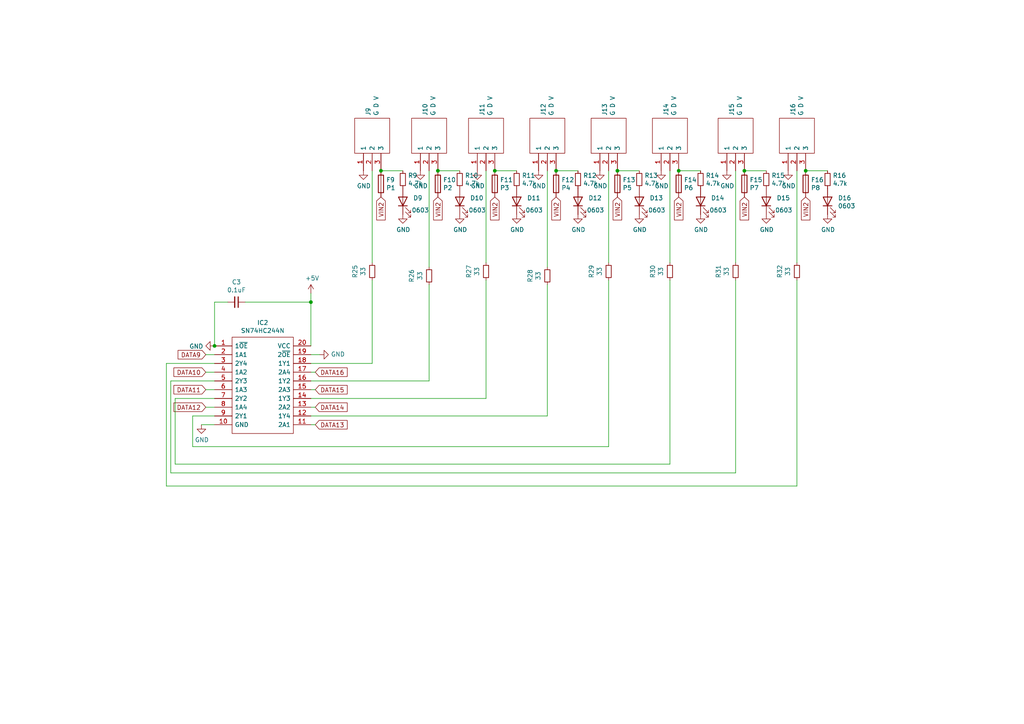
<source format=kicad_sch>
(kicad_sch (version 20211123) (generator eeschema)
  (paper "A4")
  (title_block (title "The Owl - RPI Cape 16ch Pixel Controller") (company "OnlineDynamic"))
  (lib_symbols
    (symbol "Device:C_Small" (pin_numbers hide) (pin_names (offset 0.254) hide)
      (property "Reference" "C" (at 0.254 1.778 0))
      (property "Value" "C_Small" (at 0.254 -2.032 0))
      (symbol "C_Small_0_1"
        (polyline (pts (xy -1.524 -0.508) (xy 1.524 -0.508)) (stroke (width 0.3302)))
        (polyline (pts (xy -1.524 0.508) (xy 1.524 0.508)) (stroke (width 0.3048)))
      )
      (symbol "C_Small_1_1"
        (pin passive line (at 0 2.54 270) (length 2.032) (name "~") (number "1"))
        (pin passive line (at 0 -2.54 90) (length 2.032) (name "~") (number "2"))
      )
    )
    (symbol "Device:Fuse" (pin_numbers hide) (pin_names (offset 0))
      (property "Reference" "F" (at 2.032 0 90))
      (property "Value" "Fuse" (at -1.905 0 90))
      (symbol "Fuse_0_1"
        (rectangle (start -0.762 -2.54) (end 0.762 2.54) (stroke (width 0.254)))
        (polyline (pts (xy 0 2.54) (xy 0 -2.54)))
      )
      (symbol "Fuse_1_1"
        (pin passive line (at 0 3.81 270) (length 1.27) (name "~") (number "1"))
        (pin passive line (at 0 -3.81 90) (length 1.27) (name "~") (number "2"))
      )
    )
    (symbol "Device:LED" (pin_numbers hide) (pin_names (offset 1.016) hide)
      (property "Reference" "D" (at 0 2.54 0))
      (property "Value" "LED" (at 0 -2.54 0))
      (symbol "LED_0_1"
        (polyline (pts (xy -1.27 -1.27) (xy -1.27 1.27)) (stroke (width 0.254)))
        (polyline (pts (xy -1.27 0) (xy 1.27 0)))
        (polyline (pts (xy 1.27 -1.27) (xy 1.27 1.27) (xy -1.27 0) (xy 1.27 -1.27)) (stroke (width 0.254)))
        (polyline (pts (xy -3.048 -0.762) (xy -4.572 -2.286) (xy -3.81 -2.286) (xy -4.572 -2.286) (xy -4.572 -1.524)))
        (polyline (pts (xy -1.778 -0.762) (xy -3.302 -2.286) (xy -2.54 -2.286) (xy -3.302 -2.286) (xy -3.302 -1.524)))
      )
      (symbol "LED_1_1"
        (pin passive line (at -3.81 0 0) (length 2.54) (name "K") (number "1"))
        (pin passive line (at 3.81 0 180) (length 2.54) (name "A") (number "2"))
      )
    )
    (symbol "Device:R_Small" (pin_numbers hide) (pin_names (offset 0.254) hide)
      (property "Reference" "R" (at 0.762 0.508 0))
      (property "Value" "R_Small" (at 0.762 -1.016 0))
      (symbol "R_Small_0_1"
        (rectangle (start -0.762 1.778) (end 0.762 -1.778) (stroke (width 0.2032)))
      )
      (symbol "R_Small_1_1"
        (pin passive line (at 0 2.54 270) (length 0.762) (name "~") (number "1"))
        (pin passive line (at 0 -2.54 90) (length 0.762) (name "~") (number "2"))
      )
    )
    (symbol "owl_cape-rescue:284514-3-SamacSys_Parts" (pin_names (offset 0.762))
      (property "Reference" "J" (at 16.51 7.62 0))
      (property "Value" "284514-3-SamacSys_Parts" (at 16.51 5.08 0))
      (symbol "284514-3-SamacSys_Parts_0_0"
        (pin passive line (at 0 0 0) (length 5.08) (name "1") (number "1"))
        (pin passive line (at 0 -2.54 0) (length 5.08) (name "2") (number "2"))
        (pin passive line (at 0 -5.08 0) (length 5.08) (name "3") (number "3"))
      )
      (symbol "284514-3-SamacSys_Parts_0_1"
        (polyline (pts (xy 5.08 2.54) (xy 15.24 2.54) (xy 15.24 -7.62) (xy 5.08 -7.62) (xy 5.08 2.54)) (stroke (width 0.1524)))
      )
    )
    (symbol "owl_cape-rescue:SN74HC244N-SamacSys_Parts" (pin_names (offset 0.762))
      (property "Reference" "IC" (at 24.13 7.62 0))
      (property "Value" "SN74HC244N-SamacSys_Parts" (at 24.13 5.08 0))
      (symbol "SN74HC244N-SamacSys_Parts_0_0"
        (pin passive line (at 0 0 0) (length 5.08) (name "1~{OE}") (number "1"))
        (pin power_in line (at 0 -22.86 0) (length 5.08) (name "GND") (number "10"))
        (pin passive line (at 27.94 -22.86 180) (length 5.08) (name "2A1") (number "11"))
        (pin passive line (at 27.94 -20.32 180) (length 5.08) (name "1Y4") (number "12"))
        (pin passive line (at 27.94 -17.78 180) (length 5.08) (name "2A2") (number "13"))
        (pin passive line (at 27.94 -15.24 180) (length 5.08) (name "1Y3") (number "14"))
        (pin passive line (at 27.94 -12.7 180) (length 5.08) (name "2A3") (number "15"))
        (pin passive line (at 27.94 -10.16 180) (length 5.08) (name "1Y2") (number "16"))
        (pin passive line (at 27.94 -7.62 180) (length 5.08) (name "2A4") (number "17"))
        (pin passive line (at 27.94 -5.08 180) (length 5.08) (name "1Y1") (number "18"))
        (pin passive line (at 27.94 -2.54 180) (length 5.08) (name "2~{OE}") (number "19"))
        (pin passive line (at 0 -2.54 0) (length 5.08) (name "1A1") (number "2"))
        (pin power_in line (at 27.94 0 180) (length 5.08) (name "VCC") (number "20"))
        (pin passive line (at 0 -5.08 0) (length 5.08) (name "2Y4") (number "3"))
        (pin passive line (at 0 -7.62 0) (length 5.08) (name "1A2") (number "4"))
        (pin passive line (at 0 -10.16 0) (length 5.08) (name "2Y3") (number "5"))
        (pin passive line (at 0 -12.7 0) (length 5.08) (name "1A3") (number "6"))
        (pin passive line (at 0 -15.24 0) (length 5.08) (name "2Y2") (number "7"))
        (pin passive line (at 0 -17.78 0) (length 5.08) (name "1A4") (number "8"))
        (pin passive line (at 0 -20.32 0) (length 5.08) (name "2Y1") (number "9"))
      )
      (symbol "SN74HC244N-SamacSys_Parts_0_1"
        (polyline (pts (xy 5.08 2.54) (xy 22.86 2.54) (xy 22.86 -25.4) (xy 5.08 -25.4) (xy 5.08 2.54)) (stroke (width 0.1524)))
      )
    )
    (symbol "power:+5V" (power) (pin_names (offset 0))
      (property "Value" "+5V" (at 0 3.556 0))
      (symbol "+5V_0_1"
        (polyline (pts (xy -0.762 1.27) (xy 0 2.54)))
        (polyline (pts (xy 0 0) (xy 0 2.54)))
        (polyline (pts (xy 0 2.54) (xy 0.762 1.27)))
      )
      (symbol "+5V_1_1"
        (pin power_in line (at 0 0 90) (length 0) hide (name "+5V") (number "1"))
      )
    )
    (symbol "power:GND" (power) (pin_names (offset 0))
      (property "Value" "GND" (at 0 -3.81 0))
      (symbol "GND_0_1"
        (polyline (pts (xy 0 0) (xy 0 -1.27) (xy 1.27 -1.27) (xy 0 -2.54) (xy -1.27 -1.27) (xy 0 -1.27)))
      )
      (symbol "GND_1_1"
        (pin power_in line (at 0 0 270) (length 0) hide (name "GND") (number "1"))
      )
    )
  )
  (junction (at 143.51 49.53))
  (junction (at 215.9 49.53))
  (junction (at 127 49.53))
  (junction (at 110.49 49.53))
  (junction (at 196.85 49.53))
  (junction (at 62.23 100.33))
  (junction (at 179.07 49.53))
  (junction (at 161.29 49.53))
  (junction (at 90.17 87.63))
  (junction (at 233.68 49.53))
  (wire (pts (xy 124.46 49.53) (xy 124.46 77.47)))
  (wire (pts (xy 49.53 137.16) (xy 213.36 137.16)))
  (wire (pts (xy 71.12 87.63) (xy 90.17 87.63)))
  (wire (pts (xy 179.07 49.53) (xy 185.42 49.53)))
  (wire (pts (xy 62.23 87.63) (xy 62.23 100.33)))
  (wire (pts (xy 161.29 49.53) (xy 167.64 49.53)))
  (wire (pts (xy 90.17 123.19) (xy 91.44 123.19)))
  (wire (pts (xy 59.69 102.87) (xy 62.23 102.87)))
  (wire (pts (xy 55.88 129.54) (xy 176.53 129.54)))
  (wire (pts (xy 90.17 118.11) (xy 91.44 118.11)))
  (wire (pts (xy 231.14 81.28) (xy 231.14 140.97)))
  (wire (pts (xy 90.17 110.49) (xy 124.46 110.49)))
  (wire (pts (xy 213.36 49.53) (xy 213.36 76.2)))
  (wire (pts (xy 140.97 49.53) (xy 140.97 76.2)))
  (wire (pts (xy 107.95 81.28) (xy 107.95 105.41)))
  (wire (pts (xy 90.17 87.63) (xy 90.17 100.33)))
  (wire (pts (xy 143.51 49.53) (xy 149.86 49.53)))
  (wire (pts (xy 90.17 120.65) (xy 158.75 120.65)))
  (wire (pts (xy 48.26 140.97) (xy 231.14 140.97)))
  (wire (pts (xy 50.8 115.57) (xy 62.23 115.57)))
  (wire (pts (xy 124.46 82.55) (xy 124.46 110.49)))
  (wire (pts (xy 196.85 49.53) (xy 203.2 49.53)))
  (wire (pts (xy 49.53 137.16) (xy 49.53 110.49)))
  (wire (pts (xy 176.53 49.53) (xy 176.53 76.2)))
  (wire (pts (xy 55.88 120.65) (xy 62.23 120.65)))
  (wire (pts (xy 48.26 105.41) (xy 62.23 105.41)))
  (wire (pts (xy 140.97 81.28) (xy 140.97 115.57)))
  (wire (pts (xy 50.8 134.62) (xy 50.8 115.57)))
  (wire (pts (xy 107.95 49.53) (xy 107.95 76.2)))
  (wire (pts (xy 158.75 82.55) (xy 158.75 120.65)))
  (wire (pts (xy 49.53 110.49) (xy 62.23 110.49)))
  (wire (pts (xy 59.69 113.03) (xy 62.23 113.03)))
  (wire (pts (xy 213.36 81.28) (xy 213.36 137.16)))
  (wire (pts (xy 58.42 123.19) (xy 62.23 123.19)))
  (wire (pts (xy 176.53 81.28) (xy 176.53 129.54)))
  (wire (pts (xy 90.17 85.09) (xy 90.17 87.63)))
  (wire (pts (xy 50.8 134.62) (xy 194.31 134.62)))
  (wire (pts (xy 127 49.53) (xy 133.35 49.53)))
  (wire (pts (xy 59.69 107.95) (xy 62.23 107.95)))
  (wire (pts (xy 90.17 113.03) (xy 91.44 113.03)))
  (wire (pts (xy 90.17 105.41) (xy 107.95 105.41)))
  (wire (pts (xy 233.68 49.53) (xy 240.03 49.53)))
  (wire (pts (xy 90.17 107.95) (xy 91.44 107.95)))
  (wire (pts (xy 194.31 81.28) (xy 194.31 134.62)))
  (wire (pts (xy 231.14 49.53) (xy 231.14 76.2)))
  (wire (pts (xy 48.26 140.97) (xy 48.26 105.41)))
  (wire (pts (xy 62.23 118.11) (xy 59.69 118.11)))
  (wire (pts (xy 215.9 49.53) (xy 222.25 49.53)))
  (wire (pts (xy 90.17 102.87) (xy 92.71 102.87)))
  (wire (pts (xy 55.88 120.65) (xy 55.88 129.54)))
  (wire (pts (xy 158.75 49.53) (xy 158.75 77.47)))
  (wire (pts (xy 66.04 87.63) (xy 62.23 87.63)))
  (wire (pts (xy 194.31 49.53) (xy 194.31 76.2)))
  (wire (pts (xy 90.17 115.57) (xy 140.97 115.57)))
  (wire (pts (xy 110.49 49.53) (xy 116.84 49.53)))
  (global_label "DATA11" (shape input) (at 59.69 113.03 180) (property "Intersheet References" "${INTERSHEET_REFS}" (effects hide)))
  (global_label "DATA9" (shape input) (at 59.69 102.87 180) (property "Intersheet References" "${INTERSHEET_REFS}" (effects hide)))
  (global_label "DATA10" (shape input) (at 59.69 107.95 180) (property "Intersheet References" "${INTERSHEET_REFS}" (effects hide)))
  (global_label "VIN2" (shape input) (at 215.9 57.15 270) (property "Intersheet References" "${INTERSHEET_REFS}" (effects hide)))
  (global_label "VIN2" (shape input) (at 161.29 57.15 270) (property "Intersheet References" "${INTERSHEET_REFS}" (effects hide)))
  (global_label "VIN2" (shape input) (at 127 57.15 270) (property "Intersheet References" "${INTERSHEET_REFS}" (effects hide)))
  (global_label "DATA15" (shape input) (at 91.44 113.03 0) (property "Intersheet References" "${INTERSHEET_REFS}" (effects hide)))
  (global_label "VIN2" (shape input) (at 179.07 57.15 270) (property "Intersheet References" "${INTERSHEET_REFS}" (effects hide)))
  (global_label "DATA13" (shape input) (at 91.44 123.19 0) (property "Intersheet References" "${INTERSHEET_REFS}" (effects hide)))
  (global_label "DATA12" (shape input) (at 59.69 118.11 180) (property "Intersheet References" "${INTERSHEET_REFS}" (effects hide)))
  (global_label "VIN2" (shape input) (at 233.68 57.15 270) (property "Intersheet References" "${INTERSHEET_REFS}" (effects hide)))
  (global_label "VIN2" (shape input) (at 110.49 57.15 270) (property "Intersheet References" "${INTERSHEET_REFS}" (effects hide)))
  (global_label "DATA14" (shape input) (at 91.44 118.11 0) (property "Intersheet References" "${INTERSHEET_REFS}" (effects hide)))
  (global_label "VIN2" (shape input) (at 143.51 57.15 270) (property "Intersheet References" "${INTERSHEET_REFS}" (effects hide)))
  (global_label "VIN2" (shape input) (at 196.85 57.15 270) (property "Intersheet References" "${INTERSHEET_REFS}" (effects hide)))
  (global_label "DATA16" (shape input) (at 91.44 107.95 0) (property "Intersheet References" "${INTERSHEET_REFS}" (effects hide)))
  (symbol (lib_id "power:GND") (at 121.92 49.53 0) (unit 1)
    (property "Reference" "#PWR0101" (effects hide))
    (property "Value" "GND" (at 122.047 53.9242 0))
  )
  (symbol (lib_id "Device:Fuse") (at 110.49 53.34 0) (unit 1)
    (property "Reference" "F9" (at 112.014 52.1716 0) (effects (justify left)))
    (property "Value" "P1" (at 112.014 54.483 0) (effects (justify left)))
    (property "Footprint" "Fuse:Fuseholder_Blade_Mini_Keystone_3568" (effects hide))
  )
  (symbol (lib_id "power:GND") (at 105.41 49.53 0) (unit 1)
    (property "Reference" "#PWR0102" (effects hide))
    (property "Value" "GND" (at 105.537 53.9242 0))
  )
  (symbol (lib_id "Device:Fuse") (at 127 53.34 0) (unit 1)
    (property "Reference" "F10" (at 128.524 52.1716 0) (effects (justify left)))
    (property "Value" "P2" (at 128.524 54.483 0) (effects (justify left)))
    (property "Footprint" "Fuse:Fuseholder_Blade_Mini_Keystone_3568" (effects hide))
  )
  (symbol (lib_id "power:GND") (at 138.43 49.53 0) (unit 1)
    (property "Reference" "#PWR0103" (effects hide))
    (property "Value" "GND" (at 138.557 53.9242 0))
  )
  (symbol (lib_id "Device:Fuse") (at 143.51 53.34 0) (unit 1)
    (property "Reference" "F11" (at 145.034 52.1716 0) (effects (justify left)))
    (property "Value" "P3" (at 145.034 54.483 0) (effects (justify left)))
    (property "Footprint" "Fuse:Fuseholder_Blade_Mini_Keystone_3568" (effects hide))
  )
  (symbol (lib_id "power:GND") (at 156.21 49.53 0) (unit 1)
    (property "Reference" "#PWR0104" (effects hide))
    (property "Value" "GND" (at 156.337 53.9242 0))
  )
  (symbol (lib_id "Device:Fuse") (at 161.29 53.34 0) (unit 1)
    (property "Reference" "F12" (at 162.814 52.1716 0) (effects (justify left)))
    (property "Value" "P4" (at 162.814 54.483 0) (effects (justify left)))
    (property "Footprint" "Fuse:Fuseholder_Blade_Mini_Keystone_3568" (effects hide))
  )
  (symbol (lib_id "power:GND") (at 173.99 49.53 0) (unit 1)
    (property "Reference" "#PWR0105" (effects hide))
    (property "Value" "GND" (at 174.117 53.9242 0))
  )
  (symbol (lib_id "Device:Fuse") (at 179.07 53.34 0) (unit 1)
    (property "Reference" "F13" (at 180.594 52.1716 0) (effects (justify left)))
    (property "Value" "P5" (at 180.594 54.483 0) (effects (justify left)))
    (property "Footprint" "Fuse:Fuseholder_Blade_Mini_Keystone_3568" (effects hide))
  )
  (symbol (lib_id "power:GND") (at 191.77 49.53 0) (unit 1)
    (property "Reference" "#PWR0106" (effects hide))
    (property "Value" "GND" (at 191.897 53.9242 0))
  )
  (symbol (lib_id "Device:Fuse") (at 196.85 53.34 0) (unit 1)
    (property "Reference" "F14" (at 198.374 52.1716 0) (effects (justify left)))
    (property "Value" "P6" (at 198.374 54.483 0) (effects (justify left)))
    (property "Footprint" "Fuse:Fuseholder_Blade_Mini_Keystone_3568" (effects hide))
  )
  (symbol (lib_id "power:GND") (at 210.82 49.53 0) (unit 1)
    (property "Reference" "#PWR0107" (effects hide))
    (property "Value" "GND" (at 210.947 53.9242 0))
  )
  (symbol (lib_id "Device:Fuse") (at 215.9 53.34 0) (unit 1)
    (property "Reference" "F15" (at 217.424 52.1716 0) (effects (justify left)))
    (property "Value" "P7" (at 217.424 54.483 0) (effects (justify left)))
    (property "Footprint" "Fuse:Fuseholder_Blade_Mini_Keystone_3568" (effects hide))
  )
  (symbol (lib_id "power:GND") (at 228.6 49.53 0) (unit 1)
    (property "Reference" "#PWR0108" (effects hide))
    (property "Value" "GND" (at 228.727 53.9242 0))
  )
  (symbol (lib_id "Device:Fuse") (at 233.68 53.34 0) (unit 1)
    (property "Reference" "F16" (at 235.204 52.1716 0) (effects (justify left)))
    (property "Value" "P8" (at 235.204 54.483 0) (effects (justify left)))
    (property "Footprint" "Fuse:Fuseholder_Blade_Mini_Keystone_3568" (effects hide))
  )
  (symbol (lib_id "Device:LED") (at 240.03 58.42 90) (unit 1)
    (property "Reference" "D16" (at 243.0272 57.4294 90) (effects (justify right)))
    (property "Value" "0603" (at 243.0272 59.7408 90) (effects (justify right)))
    (property "Footprint" "LED_SMD:LED_0603_1608Metric" (effects hide))
    (property "Datasheet" "Everlight-Elec-19-217-GHC-YR1S2-3T_C72043.pdf" (effects hide))
    (property "Description" "C72043" (effects hide))
  )
  (symbol (lib_id "power:GND") (at 240.03 62.23 0) (unit 1)
    (property "Reference" "#PWR0109" (effects hide))
    (property "Value" "GND" (at 240.157 66.6242 0))
  )
  (symbol (lib_id "Device:R_Small") (at 240.03 52.07 0) (unit 1)
    (property "Reference" "R16" (at 241.5286 50.9016 0) (effects (justify left)))
    (property "Value" "4.7k" (at 241.5286 53.213 0) (effects (justify left)))
    (property "Footprint" "Resistor_SMD:R_0805_2012Metric" (effects hide))
    (property "Datasheet" "https://datasheet.lcsc.com/szlcsc/Uniroyal-Elec-0805W8F2201T5E_C17520.pdf" (effects hide))
    (property "Description" "C17673" (effects hide))
  )
  (symbol (lib_id "Device:LED") (at 222.25 58.42 90) (unit 1)
    (property "Reference" "D15" (at 225.2472 57.4294 90) (effects (justify right)))
    (property "Value" "0603" (at 224.79 60.96 90) (effects (justify right)))
    (property "Footprint" "LED_SMD:LED_0603_1608Metric" (effects hide))
    (property "Datasheet" "Everlight-Elec-19-217-GHC-YR1S2-3T_C72043.pdf" (effects hide))
    (property "Description" "C72043" (effects hide))
  )
  (symbol (lib_id "power:GND") (at 222.25 62.23 0) (unit 1)
    (property "Reference" "#PWR0110" (effects hide))
    (property "Value" "GND" (at 222.377 66.6242 0))
  )
  (symbol (lib_id "Device:R_Small") (at 222.25 52.07 0) (unit 1)
    (property "Reference" "R15" (at 223.7486 50.9016 0) (effects (justify left)))
    (property "Value" "4.7k" (at 223.7486 53.213 0) (effects (justify left)))
    (property "Footprint" "Resistor_SMD:R_0805_2012Metric" (effects hide))
    (property "Datasheet" "https://datasheet.lcsc.com/szlcsc/Uniroyal-Elec-0805W8F2201T5E_C17520.pdf" (effects hide))
    (property "Description" "C17673" (effects hide))
  )
  (symbol (lib_id "Device:LED") (at 203.2 58.42 90) (unit 1)
    (property "Reference" "D14" (at 206.1972 57.4294 90) (effects (justify right)))
    (property "Value" "0603" (at 205.74 60.96 90) (effects (justify right)))
    (property "Footprint" "LED_SMD:LED_0603_1608Metric" (effects hide))
    (property "Datasheet" "Everlight-Elec-19-217-GHC-YR1S2-3T_C72043.pdf" (effects hide))
    (property "Description" "C72043" (effects hide))
  )
  (symbol (lib_id "power:GND") (at 203.2 62.23 0) (unit 1)
    (property "Reference" "#PWR0111" (effects hide))
    (property "Value" "GND" (at 203.327 66.6242 0))
  )
  (symbol (lib_id "Device:R_Small") (at 203.2 52.07 0) (unit 1)
    (property "Reference" "R14" (at 204.6986 50.9016 0) (effects (justify left)))
    (property "Value" "4.7k" (at 204.6986 53.213 0) (effects (justify left)))
    (property "Footprint" "Resistor_SMD:R_0805_2012Metric" (effects hide))
    (property "Datasheet" "https://datasheet.lcsc.com/szlcsc/Uniroyal-Elec-0805W8F2201T5E_C17520.pdf" (effects hide))
    (property "Description" "C17673" (effects hide))
  )
  (symbol (lib_id "Device:LED") (at 185.42 58.42 90) (unit 1)
    (property "Reference" "D13" (at 188.4172 57.4294 90) (effects (justify right)))
    (property "Value" "0603" (at 187.96 60.96 90) (effects (justify right)))
    (property "Footprint" "LED_SMD:LED_0603_1608Metric" (effects hide))
    (property "Datasheet" "Everlight-Elec-19-217-GHC-YR1S2-3T_C72043.pdf" (effects hide))
    (property "Description" "C72043" (effects hide))
  )
  (symbol (lib_id "power:GND") (at 185.42 62.23 0) (unit 1)
    (property "Reference" "#PWR0112" (effects hide))
    (property "Value" "GND" (at 185.547 66.6242 0))
  )
  (symbol (lib_id "Device:R_Small") (at 185.42 52.07 0) (unit 1)
    (property "Reference" "R13" (at 186.9186 50.9016 0) (effects (justify left)))
    (property "Value" "4.7k" (at 186.9186 53.213 0) (effects (justify left)))
    (property "Footprint" "Resistor_SMD:R_0805_2012Metric" (effects hide))
    (property "Datasheet" "https://datasheet.lcsc.com/szlcsc/Uniroyal-Elec-0805W8F2201T5E_C17520.pdf" (effects hide))
    (property "Description" "C17673" (effects hide))
  )
  (symbol (lib_id "Device:LED") (at 167.64 58.42 90) (unit 1)
    (property "Reference" "D12" (at 170.6372 57.4294 90) (effects (justify right)))
    (property "Value" "0603" (at 170.18 60.96 90) (effects (justify right)))
    (property "Footprint" "LED_SMD:LED_0603_1608Metric" (effects hide))
    (property "Datasheet" "Everlight-Elec-19-217-GHC-YR1S2-3T_C72043.pdf" (effects hide))
    (property "Description" "C72043" (effects hide))
  )
  (symbol (lib_id "power:GND") (at 167.64 62.23 0) (unit 1)
    (property "Reference" "#PWR0113" (effects hide))
    (property "Value" "GND" (at 167.767 66.6242 0))
  )
  (symbol (lib_id "Device:R_Small") (at 167.64 52.07 0) (unit 1)
    (property "Reference" "R12" (at 169.1386 50.9016 0) (effects (justify left)))
    (property "Value" "4.7k" (at 169.1386 53.213 0) (effects (justify left)))
    (property "Footprint" "Resistor_SMD:R_0805_2012Metric" (effects hide))
    (property "Datasheet" "https://datasheet.lcsc.com/szlcsc/Uniroyal-Elec-0805W8F2201T5E_C17520.pdf" (effects hide))
    (property "Description" "C17673" (effects hide))
  )
  (symbol (lib_id "Device:LED") (at 149.86 58.42 90) (unit 1)
    (property "Reference" "D11" (at 152.8572 57.4294 90) (effects (justify right)))
    (property "Value" "0603" (at 152.4 60.96 90) (effects (justify right)))
    (property "Footprint" "LED_SMD:LED_0603_1608Metric" (effects hide))
    (property "Datasheet" "Everlight-Elec-19-217-GHC-YR1S2-3T_C72043.pdf" (effects hide))
    (property "Description" "C72043" (effects hide))
  )
  (symbol (lib_id "power:GND") (at 149.86 62.23 0) (unit 1)
    (property "Reference" "#PWR0114" (effects hide))
    (property "Value" "GND" (at 149.987 66.6242 0))
  )
  (symbol (lib_id "Device:R_Small") (at 149.86 52.07 0) (unit 1)
    (property "Reference" "R11" (at 151.3586 50.9016 0) (effects (justify left)))
    (property "Value" "4.7k" (at 151.3586 53.213 0) (effects (justify left)))
    (property "Footprint" "Resistor_SMD:R_0805_2012Metric" (effects hide))
    (property "Datasheet" "https://datasheet.lcsc.com/szlcsc/Uniroyal-Elec-0805W8F2201T5E_C17520.pdf" (effects hide))
    (property "Description" "C17673" (effects hide))
  )
  (symbol (lib_id "Device:LED") (at 133.35 58.42 90) (unit 1)
    (property "Reference" "D10" (at 136.3472 57.4294 90) (effects (justify right)))
    (property "Value" "0603" (at 135.89 60.96 90) (effects (justify right)))
    (property "Footprint" "LED_SMD:LED_0603_1608Metric" (effects hide))
    (property "Datasheet" "Everlight-Elec-19-217-GHC-YR1S2-3T_C72043.pdf" (effects hide))
    (property "Description" "C72043" (effects hide))
  )
  (symbol (lib_id "power:GND") (at 133.35 62.23 0) (unit 1)
    (property "Reference" "#PWR0115" (effects hide))
    (property "Value" "GND" (at 133.477 66.6242 0))
  )
  (symbol (lib_id "Device:R_Small") (at 133.35 52.07 0) (unit 1)
    (property "Reference" "R10" (at 134.8486 50.9016 0) (effects (justify left)))
    (property "Value" "4.7k" (at 134.8486 53.213 0) (effects (justify left)))
    (property "Footprint" "Resistor_SMD:R_0805_2012Metric" (effects hide))
    (property "Datasheet" "https://datasheet.lcsc.com/szlcsc/Uniroyal-Elec-0805W8F2201T5E_C17520.pdf" (effects hide))
    (property "Description" "C17673" (effects hide))
  )
  (symbol (lib_id "Device:LED") (at 116.84 58.42 90) (unit 1)
    (property "Reference" "D9" (at 119.8372 57.4294 90) (effects (justify right)))
    (property "Value" "0603" (at 119.38 60.96 90) (effects (justify right)))
    (property "Footprint" "LED_SMD:LED_0603_1608Metric" (effects hide))
    (property "Datasheet" "Everlight-Elec-19-217-GHC-YR1S2-3T_C72043.pdf" (effects hide))
    (property "Description" "C72043" (effects hide))
  )
  (symbol (lib_id "power:GND") (at 116.84 62.23 0) (unit 1)
    (property "Reference" "#PWR0116" (effects hide))
    (property "Value" "GND" (at 116.967 66.6242 0))
  )
  (symbol (lib_id "Device:R_Small") (at 116.84 52.07 0) (unit 1)
    (property "Reference" "R9" (at 118.3386 50.9016 0) (effects (justify left)))
    (property "Value" "4.7k" (at 118.3386 53.213 0) (effects (justify left)))
    (property "Footprint" "Resistor_SMD:R_0805_2012Metric" (effects hide))
    (property "Datasheet" "https://datasheet.lcsc.com/szlcsc/Uniroyal-Elec-0805W8F2201T5E_C17520.pdf" (effects hide))
    (property "Description" "C17673" (effects hide))
  )
  (symbol (lib_id "owl_cape-rescue:284514-3-SamacSys_Parts") (at 105.41 49.53 90) (unit 1)
    (property "Reference" "J9" (at 106.7816 33.5788 0) (effects (justify left)))
    (property "Value" "G D V" (at 109.093 33.5788 0) (effects (justify left)))
    (property "Footprint" "SamacSys_Parts:SHDR3W80P0X350_1X3_1250X725X940P" (effects hide))
    (property "Datasheet" "https://www.te.com/commerce/DocumentDelivery/DDEController?Action=srchrtrv&DocNm=284514&DocType=Customer+Drawing&DocLang=English&DocFormat=pdf&PartCntxt=284514-3" (effects hide))
    (property "Description" "TE Connectivity Buchanan, 3 Way, 1 Row, Straight PCB Terminal Block Header" (effects hide))
    (property "Height" "9.4" (effects hide))
    (property "Mouser Part Number" "571-284514-3" (effects hide))
    (property "Mouser Price/Stock" "https://www.mouser.co.uk/ProductDetail/TE-Connectivity/284514-3/?qs=woBvfblj%2FzwGS50caoQlYA%3D%3D" (effects hide))
    (property "Manufacturer_Name" "TE Connectivity" (effects hide))
    (property "Manufacturer_Part_Number" "284514-3" (effects hide))
  )
  (symbol (lib_id "power:GND") (at 58.42 123.19 0) (unit 1)
    (property "Reference" "#PWR0117" (effects hide))
    (property "Value" "GND" (at 58.547 127.5842 0))
  )
  (symbol (lib_id "power:+5V") (at 90.17 85.09 0) (unit 1)
    (property "Reference" "#PWR0118" (effects hide))
    (property "Value" "+5V" (at 90.551 80.6958 0))
  )
  (symbol (lib_id "owl_cape-rescue:SN74HC244N-SamacSys_Parts") (at 62.23 100.33 0) (unit 1)
    (property "Reference" "IC2" (at 76.2 93.599 0))
    (property "Value" "SN74HC244N" (at 76.2 95.9104 0))
    (property "Footprint" "SamacSys_Parts:DIP794W53P254L2540H508Q20N" (effects hide))
    (property "Datasheet" "http://www.ti.com/general/docs/suppproductinfo.tsp?distId=10&gotoUrl=http%3A%2F%2Fwww.ti.com%2Flit%2Fgpn%2Fsn74hc244" (effects hide))
    (property "Description" "Octal Buffers And Line Drivers With 3-State Outputs" (effects hide))
    (property "Height" "5.08" (effects hide))
    (property "Mouser Part Number" "595-SN74HC244N" (effects hide))
    (property "Mouser Price/Stock" "https://www.mouser.co.uk/ProductDetail/Texas-Instruments/SN74HC244N?qs=N6WZOzgtpqVj86wWMB9mFg%3D%3D" (effects hide))
    (property "Manufacturer_Name" "Texas Instruments" (effects hide))
    (property "Manufacturer_Part_Number" "SN74HC244N" (effects hide))
  )
  (symbol (lib_id "power:GND") (at 92.71 102.87 90) (unit 1)
    (property "Reference" "#PWR0119" (effects hide))
    (property "Value" "GND" (at 95.9612 102.743 90) (effects (justify right)))
  )
  (symbol (lib_id "power:GND") (at 62.23 100.33 270) (unit 1)
    (property "Reference" "#PWR0120" (effects hide))
    (property "Value" "GND" (at 58.9788 100.457 90) (effects (justify right)))
  )
  (symbol (lib_id "Device:R_Small") (at 107.95 78.74 0) (unit 1)
    (property "Reference" "R25" (at 102.9716 78.74 90))
    (property "Value" "33" (at 105.283 78.74 90))
    (property "Footprint" "Resistor_SMD:R_0805_2012Metric" (effects hide))
  )
  (symbol (lib_id "Device:R_Small") (at 124.46 80.01 0) (unit 1)
    (property "Reference" "R26" (at 119.38 80.01 90))
    (property "Value" "33" (at 121.793 80.01 90))
    (property "Footprint" "Resistor_SMD:R_0805_2012Metric" (effects hide))
  )
  (symbol (lib_id "Device:R_Small") (at 140.97 78.74 0) (unit 1)
    (property "Reference" "R27" (at 135.9916 78.74 90))
    (property "Value" "33" (at 138.303 78.74 90))
    (property "Footprint" "Resistor_SMD:R_0805_2012Metric" (effects hide))
  )
  (symbol (lib_id "Device:R_Small") (at 158.75 80.01 0) (unit 1)
    (property "Reference" "R28" (at 153.7716 80.01 90))
    (property "Value" "33" (at 156.083 80.01 90))
    (property "Footprint" "Resistor_SMD:R_0805_2012Metric" (effects hide))
  )
  (symbol (lib_id "Device:R_Small") (at 176.53 78.74 0) (unit 1)
    (property "Reference" "R29" (at 171.5516 78.74 90))
    (property "Value" "33" (at 173.863 78.74 90))
    (property "Footprint" "Resistor_SMD:R_0805_2012Metric" (effects hide))
  )
  (symbol (lib_id "Device:R_Small") (at 194.31 78.74 0) (unit 1)
    (property "Reference" "R30" (at 189.3316 78.74 90))
    (property "Value" "33" (at 191.643 78.74 90))
    (property "Footprint" "Resistor_SMD:R_0805_2012Metric" (effects hide))
  )
  (symbol (lib_id "Device:R_Small") (at 213.36 78.74 0) (unit 1)
    (property "Reference" "R31" (at 208.3816 78.74 90))
    (property "Value" "33" (at 210.693 78.74 90))
    (property "Footprint" "Resistor_SMD:R_0805_2012Metric" (effects hide))
  )
  (symbol (lib_id "Device:R_Small") (at 231.14 78.74 0) (unit 1)
    (property "Reference" "R32" (at 226.1616 78.74 90))
    (property "Value" "33" (at 228.473 78.74 90))
    (property "Footprint" "Resistor_SMD:R_0805_2012Metric" (effects hide))
  )
  (symbol (lib_id "Device:C_Small") (at 68.58 87.63 270) (unit 1)
    (property "Reference" "C3" (at 68.58 81.8134 90))
    (property "Value" "0.1uF" (at 68.58 84.1248 90))
    (property "Footprint" "Capacitor_SMD:CP_Elec_4x5.3" (effects hide))
  )
  (symbol (lib_id "owl_cape-rescue:284514-3-SamacSys_Parts") (at 121.92 49.53 90) (unit 1)
    (property "Reference" "J10" (at 123.2916 33.5788 0) (effects (justify left)))
    (property "Value" "G D V" (at 125.603 33.5788 0) (effects (justify left)))
    (property "Footprint" "SamacSys_Parts:SHDR3W80P0X350_1X3_1250X725X940P" (effects hide))
    (property "Datasheet" "https://www.te.com/commerce/DocumentDelivery/DDEController?Action=srchrtrv&DocNm=284514&DocType=Customer+Drawing&DocLang=English&DocFormat=pdf&PartCntxt=284514-3" (effects hide))
    (property "Description" "TE Connectivity Buchanan, 3 Way, 1 Row, Straight PCB Terminal Block Header" (effects hide))
    (property "Height" "9.4" (effects hide))
    (property "Mouser Part Number" "571-284514-3" (effects hide))
    (property "Mouser Price/Stock" "https://www.mouser.co.uk/ProductDetail/TE-Connectivity/284514-3/?qs=woBvfblj%2FzwGS50caoQlYA%3D%3D" (effects hide))
    (property "Manufacturer_Name" "TE Connectivity" (effects hide))
    (property "Manufacturer_Part_Number" "284514-3" (effects hide))
  )
  (symbol (lib_id "owl_cape-rescue:284514-3-SamacSys_Parts") (at 138.43 49.53 90) (unit 1)
    (property "Reference" "J11" (at 139.8016 33.5788 0) (effects (justify left)))
    (property "Value" "G D V" (at 142.113 33.5788 0) (effects (justify left)))
    (property "Footprint" "SamacSys_Parts:SHDR3W80P0X350_1X3_1250X725X940P" (effects hide))
    (property "Datasheet" "https://www.te.com/commerce/DocumentDelivery/DDEController?Action=srchrtrv&DocNm=284514&DocType=Customer+Drawing&DocLang=English&DocFormat=pdf&PartCntxt=284514-3" (effects hide))
    (property "Description" "TE Connectivity Buchanan, 3 Way, 1 Row, Straight PCB Terminal Block Header" (effects hide))
    (property "Height" "9.4" (effects hide))
    (property "Mouser Part Number" "571-284514-3" (effects hide))
    (property "Mouser Price/Stock" "https://www.mouser.co.uk/ProductDetail/TE-Connectivity/284514-3/?qs=woBvfblj%2FzwGS50caoQlYA%3D%3D" (effects hide))
    (property "Manufacturer_Name" "TE Connectivity" (effects hide))
    (property "Manufacturer_Part_Number" "284514-3" (effects hide))
  )
  (symbol (lib_id "owl_cape-rescue:284514-3-SamacSys_Parts") (at 156.21 49.53 90) (unit 1)
    (property "Reference" "J12" (at 157.5816 33.5788 0) (effects (justify left)))
    (property "Value" "G D V" (at 159.893 33.5788 0) (effects (justify left)))
    (property "Footprint" "SamacSys_Parts:SHDR3W80P0X350_1X3_1250X725X940P" (effects hide))
    (property "Datasheet" "https://www.te.com/commerce/DocumentDelivery/DDEController?Action=srchrtrv&DocNm=284514&DocType=Customer+Drawing&DocLang=English&DocFormat=pdf&PartCntxt=284514-3" (effects hide))
    (property "Description" "TE Connectivity Buchanan, 3 Way, 1 Row, Straight PCB Terminal Block Header" (effects hide))
    (property "Height" "9.4" (effects hide))
    (property "Mouser Part Number" "571-284514-3" (effects hide))
    (property "Mouser Price/Stock" "https://www.mouser.co.uk/ProductDetail/TE-Connectivity/284514-3/?qs=woBvfblj%2FzwGS50caoQlYA%3D%3D" (effects hide))
    (property "Manufacturer_Name" "TE Connectivity" (effects hide))
    (property "Manufacturer_Part_Number" "284514-3" (effects hide))
  )
  (symbol (lib_id "owl_cape-rescue:284514-3-SamacSys_Parts") (at 173.99 49.53 90) (unit 1)
    (property "Reference" "J13" (at 175.3616 33.5788 0) (effects (justify left)))
    (property "Value" "G D V" (at 177.673 33.5788 0) (effects (justify left)))
    (property "Footprint" "SamacSys_Parts:SHDR3W80P0X350_1X3_1250X725X940P" (effects hide))
    (property "Datasheet" "https://www.te.com/commerce/DocumentDelivery/DDEController?Action=srchrtrv&DocNm=284514&DocType=Customer+Drawing&DocLang=English&DocFormat=pdf&PartCntxt=284514-3" (effects hide))
    (property "Description" "TE Connectivity Buchanan, 3 Way, 1 Row, Straight PCB Terminal Block Header" (effects hide))
    (property "Height" "9.4" (effects hide))
    (property "Mouser Part Number" "571-284514-3" (effects hide))
    (property "Mouser Price/Stock" "https://www.mouser.co.uk/ProductDetail/TE-Connectivity/284514-3/?qs=woBvfblj%2FzwGS50caoQlYA%3D%3D" (effects hide))
    (property "Manufacturer_Name" "TE Connectivity" (effects hide))
    (property "Manufacturer_Part_Number" "284514-3" (effects hide))
  )
  (symbol (lib_id "owl_cape-rescue:284514-3-SamacSys_Parts") (at 191.77 49.53 90) (unit 1)
    (property "Reference" "J14" (at 193.1416 33.5788 0) (effects (justify left)))
    (property "Value" "G D V" (at 195.453 33.5788 0) (effects (justify left)))
    (property "Footprint" "SamacSys_Parts:SHDR3W80P0X350_1X3_1250X725X940P" (effects hide))
    (property "Datasheet" "https://www.te.com/commerce/DocumentDelivery/DDEController?Action=srchrtrv&DocNm=284514&DocType=Customer+Drawing&DocLang=English&DocFormat=pdf&PartCntxt=284514-3" (effects hide))
    (property "Description" "TE Connectivity Buchanan, 3 Way, 1 Row, Straight PCB Terminal Block Header" (effects hide))
    (property "Height" "9.4" (effects hide))
    (property "Mouser Part Number" "571-284514-3" (effects hide))
    (property "Mouser Price/Stock" "https://www.mouser.co.uk/ProductDetail/TE-Connectivity/284514-3/?qs=woBvfblj%2FzwGS50caoQlYA%3D%3D" (effects hide))
    (property "Manufacturer_Name" "TE Connectivity" (effects hide))
    (property "Manufacturer_Part_Number" "284514-3" (effects hide))
  )
  (symbol (lib_id "owl_cape-rescue:284514-3-SamacSys_Parts") (at 210.82 49.53 90) (unit 1)
    (property "Reference" "J15" (at 212.1916 33.5788 0) (effects (justify left)))
    (property "Value" "G D V" (at 214.503 33.5788 0) (effects (justify left)))
    (property "Footprint" "SamacSys_Parts:SHDR3W80P0X350_1X3_1250X725X940P" (effects hide))
    (property "Datasheet" "https://www.te.com/commerce/DocumentDelivery/DDEController?Action=srchrtrv&DocNm=284514&DocType=Customer+Drawing&DocLang=English&DocFormat=pdf&PartCntxt=284514-3" (effects hide))
    (property "Description" "TE Connectivity Buchanan, 3 Way, 1 Row, Straight PCB Terminal Block Header" (effects hide))
    (property "Height" "9.4" (effects hide))
    (property "Mouser Part Number" "571-284514-3" (effects hide))
    (property "Mouser Price/Stock" "https://www.mouser.co.uk/ProductDetail/TE-Connectivity/284514-3/?qs=woBvfblj%2FzwGS50caoQlYA%3D%3D" (effects hide))
    (property "Manufacturer_Name" "TE Connectivity" (effects hide))
    (property "Manufacturer_Part_Number" "284514-3" (effects hide))
  )
  (symbol (lib_id "owl_cape-rescue:284514-3-SamacSys_Parts") (at 228.6 49.53 90) (unit 1)
    (property "Reference" "J16" (at 229.9716 33.5788 0) (effects (justify left)))
    (property "Value" "G D V" (at 232.283 33.5788 0) (effects (justify left)))
    (property "Footprint" "SamacSys_Parts:SHDR3W80P0X350_1X3_1250X725X940P" (effects hide))
    (property "Datasheet" "https://www.te.com/commerce/DocumentDelivery/DDEController?Action=srchrtrv&DocNm=284514&DocType=Customer+Drawing&DocLang=English&DocFormat=pdf&PartCntxt=284514-3" (effects hide))
    (property "Description" "TE Connectivity Buchanan, 3 Way, 1 Row, Straight PCB Terminal Block Header" (effects hide))
    (property "Height" "9.4" (effects hide))
    (property "Mouser Part Number" "571-284514-3" (effects hide))
    (property "Mouser Price/Stock" "https://www.mouser.co.uk/ProductDetail/TE-Connectivity/284514-3/?qs=woBvfblj%2FzwGS50caoQlYA%3D%3D" (effects hide))
    (property "Manufacturer_Name" "TE Connectivity" (effects hide))
    (property "Manufacturer_Part_Number" "284514-3" (effects hide))
  )
)
</source>
